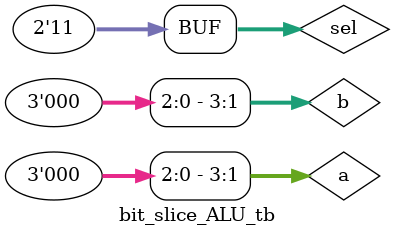
<source format=v>
module bit_slice_ALU(
	input [3:0]a,b,
	input [1:0]sel,
	output reg [3:0]out,
	output reg add_cout,
	output reg add_ov_out,
	output reg sub_ov_out
        );
        
	wire [3:0]and_out;
	wire [3:0]or_out;
	wire [3:0]add_out;
	wire [3:0]sub_out;
	wire add_c;
	wire add_ov;
	wire sub_ov;

	assign and_out=a&b;
	assign or_out=a|b;
	assign {add_c,add_out}=a+b;
	assign sub_out=a-b;
	assign add_ov=((a[3] && b[3]) || (a[3] == 1 && b[3] == 0 && add_out[3] == 0));
	assign sub_ov=(a[3] != b[3]) && (sub_out[3] != a[3]);

always@(*)begin
  add_cout=0;
  add_ov_out=0;
  sub_ov_out=0;
  case(sel)
        2'b00:out=and_out;
	2'b01:out=or_out;
	2'b10:begin
		out=add_out;
		add_cout=add_c;
		add_ov_out=add_ov;
	      end

	2'b11:begin
		out=sub_out;
		sub_ov_out=sub_ov;
              end
  endcase
end
endmodule
    

//Testbench
module bit_slice_ALU_tb;
	reg [3:0]a,b;
	reg [1:0]sel;
	wire [3:0]out;
	wire add_cout;
	wire add_ov_out;
	wire sub_ov_out;
bit_slice_ALU uut(a,b,sel,out,add_cout,add_ov_out,sub_ov_out);
initial begin
	repeat(10)begin
	 a=$random;b=$random;sel=2'b11;#5;
	end
end
initial begin
	$monitor("$time=%0t,a=%b,b=%b,sel=%b,out=%b,add_cout=%b,add_ov_out=%b,sub_ov_out=%b",$time,a,b,sel,out,add_cout,add_ov_out,sub_ov_out);
end
endmodule

</source>
